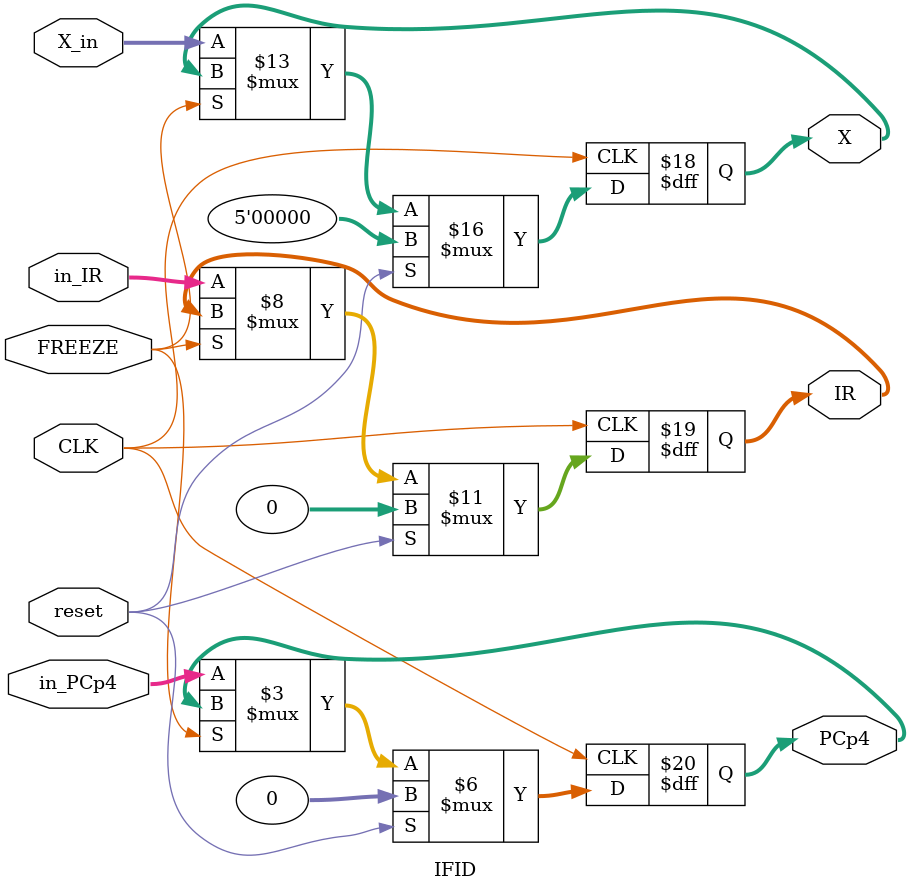
<source format=v>
module IFID(
    input [31:0] in_IR,
    input [31:0] in_PCp4,
	
    input FREEZE,
    input CLK,
	input reset,
	
    output reg [31:0] IR,
    output reg [31:0] PCp4,
	
	input [4:0] X_in,
	output reg [4:0] X
    );

	/*initial begin
		IR <= 0;
		PCp4 <= 0;
		X <= 0;
	end*/

    always @ (posedge CLK) begin
		if(reset) begin
			IR <= 0;
			PCp4 <= 0;
			X <= 0;
		end
        else if(!FREEZE) begin
            IR <= in_IR;
            PCp4 <= in_PCp4;
			X <= X_in;
        end
    end

endmodule
</source>
